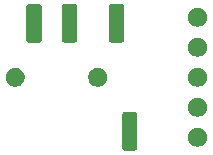
<source format=gbr>
G04 #@! TF.GenerationSoftware,KiCad,Pcbnew,(5.1.5)-3*
G04 #@! TF.CreationDate,2020-12-21T12:39:58+01:00*
G04 #@! TF.ProjectId,epimetheus_tsl2561,6570696d-6574-4686-9575-735f74736c32,rev?*
G04 #@! TF.SameCoordinates,Original*
G04 #@! TF.FileFunction,Soldermask,Top*
G04 #@! TF.FilePolarity,Negative*
%FSLAX46Y46*%
G04 Gerber Fmt 4.6, Leading zero omitted, Abs format (unit mm)*
G04 Created by KiCad (PCBNEW (5.1.5)-3) date 2020-12-21 12:39:58*
%MOMM*%
%LPD*%
G04 APERTURE LIST*
%ADD10C,0.100000*%
G04 APERTURE END LIST*
D10*
G36*
X173512192Y-33914646D02*
G01*
X173561414Y-33929578D01*
X173606778Y-33953826D01*
X173646542Y-33986458D01*
X173679174Y-34026222D01*
X173703422Y-34071586D01*
X173718354Y-34120808D01*
X173724000Y-34178140D01*
X173724000Y-36941860D01*
X173718354Y-36999192D01*
X173703422Y-37048414D01*
X173679174Y-37093778D01*
X173646542Y-37133542D01*
X173606778Y-37166174D01*
X173561414Y-37190422D01*
X173512192Y-37205354D01*
X173454860Y-37211000D01*
X172691140Y-37211000D01*
X172633808Y-37205354D01*
X172584586Y-37190422D01*
X172539222Y-37166174D01*
X172499458Y-37133542D01*
X172466826Y-37093778D01*
X172442578Y-37048414D01*
X172427646Y-36999192D01*
X172422000Y-36941860D01*
X172422000Y-34178140D01*
X172427646Y-34120808D01*
X172442578Y-34071586D01*
X172466826Y-34026222D01*
X172499458Y-33986458D01*
X172539222Y-33953826D01*
X172584586Y-33929578D01*
X172633808Y-33914646D01*
X172691140Y-33909000D01*
X173454860Y-33909000D01*
X173512192Y-33914646D01*
G37*
G36*
X179053142Y-35286242D02*
G01*
X179201101Y-35347529D01*
X179334255Y-35436499D01*
X179447501Y-35549745D01*
X179536471Y-35682899D01*
X179597758Y-35830858D01*
X179629000Y-35987925D01*
X179629000Y-36148075D01*
X179597758Y-36305142D01*
X179536471Y-36453101D01*
X179447501Y-36586255D01*
X179334255Y-36699501D01*
X179201101Y-36788471D01*
X179053142Y-36849758D01*
X178896075Y-36881000D01*
X178735925Y-36881000D01*
X178578858Y-36849758D01*
X178430899Y-36788471D01*
X178297745Y-36699501D01*
X178184499Y-36586255D01*
X178095529Y-36453101D01*
X178034242Y-36305142D01*
X178003000Y-36148075D01*
X178003000Y-35987925D01*
X178034242Y-35830858D01*
X178095529Y-35682899D01*
X178184499Y-35549745D01*
X178297745Y-35436499D01*
X178430899Y-35347529D01*
X178578858Y-35286242D01*
X178735925Y-35255000D01*
X178896075Y-35255000D01*
X179053142Y-35286242D01*
G37*
G36*
X179053142Y-32746242D02*
G01*
X179201101Y-32807529D01*
X179334255Y-32896499D01*
X179447501Y-33009745D01*
X179536471Y-33142899D01*
X179597758Y-33290858D01*
X179629000Y-33447925D01*
X179629000Y-33608075D01*
X179597758Y-33765142D01*
X179536471Y-33913101D01*
X179447501Y-34046255D01*
X179334255Y-34159501D01*
X179201101Y-34248471D01*
X179053142Y-34309758D01*
X178896075Y-34341000D01*
X178735925Y-34341000D01*
X178578858Y-34309758D01*
X178430899Y-34248471D01*
X178297745Y-34159501D01*
X178184499Y-34046255D01*
X178095529Y-33913101D01*
X178034242Y-33765142D01*
X178003000Y-33608075D01*
X178003000Y-33447925D01*
X178034242Y-33290858D01*
X178095529Y-33142899D01*
X178184499Y-33009745D01*
X178297745Y-32896499D01*
X178430899Y-32807529D01*
X178578858Y-32746242D01*
X178735925Y-32715000D01*
X178896075Y-32715000D01*
X179053142Y-32746242D01*
G37*
G36*
X179053142Y-30206242D02*
G01*
X179201101Y-30267529D01*
X179334255Y-30356499D01*
X179447501Y-30469745D01*
X179536471Y-30602899D01*
X179597758Y-30750858D01*
X179629000Y-30907925D01*
X179629000Y-31068075D01*
X179597758Y-31225142D01*
X179536471Y-31373101D01*
X179447501Y-31506255D01*
X179334255Y-31619501D01*
X179201101Y-31708471D01*
X179053142Y-31769758D01*
X178896075Y-31801000D01*
X178735925Y-31801000D01*
X178578858Y-31769758D01*
X178430899Y-31708471D01*
X178297745Y-31619501D01*
X178184499Y-31506255D01*
X178095529Y-31373101D01*
X178034242Y-31225142D01*
X178003000Y-31068075D01*
X178003000Y-30907925D01*
X178034242Y-30750858D01*
X178095529Y-30602899D01*
X178184499Y-30469745D01*
X178297745Y-30356499D01*
X178430899Y-30267529D01*
X178578858Y-30206242D01*
X178735925Y-30175000D01*
X178896075Y-30175000D01*
X179053142Y-30206242D01*
G37*
G36*
X170606642Y-30217781D02*
G01*
X170752414Y-30278162D01*
X170752416Y-30278163D01*
X170883608Y-30365822D01*
X170995178Y-30477392D01*
X171079038Y-30602899D01*
X171082838Y-30608586D01*
X171143219Y-30754358D01*
X171174000Y-30909107D01*
X171174000Y-31066893D01*
X171143219Y-31221642D01*
X171082838Y-31367414D01*
X171082837Y-31367416D01*
X170995178Y-31498608D01*
X170883608Y-31610178D01*
X170752416Y-31697837D01*
X170752415Y-31697838D01*
X170752414Y-31697838D01*
X170606642Y-31758219D01*
X170451893Y-31789000D01*
X170294107Y-31789000D01*
X170139358Y-31758219D01*
X169993586Y-31697838D01*
X169993585Y-31697838D01*
X169993584Y-31697837D01*
X169862392Y-31610178D01*
X169750822Y-31498608D01*
X169663163Y-31367416D01*
X169663162Y-31367414D01*
X169602781Y-31221642D01*
X169572000Y-31066893D01*
X169572000Y-30909107D01*
X169602781Y-30754358D01*
X169663162Y-30608586D01*
X169666962Y-30602899D01*
X169750822Y-30477392D01*
X169862392Y-30365822D01*
X169993584Y-30278163D01*
X169993586Y-30278162D01*
X170139358Y-30217781D01*
X170294107Y-30187000D01*
X170451893Y-30187000D01*
X170606642Y-30217781D01*
G37*
G36*
X163606642Y-30217781D02*
G01*
X163752414Y-30278162D01*
X163752416Y-30278163D01*
X163883608Y-30365822D01*
X163995178Y-30477392D01*
X164079038Y-30602899D01*
X164082838Y-30608586D01*
X164143219Y-30754358D01*
X164174000Y-30909107D01*
X164174000Y-31066893D01*
X164143219Y-31221642D01*
X164082838Y-31367414D01*
X164082837Y-31367416D01*
X163995178Y-31498608D01*
X163883608Y-31610178D01*
X163752416Y-31697837D01*
X163752415Y-31697838D01*
X163752414Y-31697838D01*
X163606642Y-31758219D01*
X163451893Y-31789000D01*
X163294107Y-31789000D01*
X163139358Y-31758219D01*
X162993586Y-31697838D01*
X162993585Y-31697838D01*
X162993584Y-31697837D01*
X162862392Y-31610178D01*
X162750822Y-31498608D01*
X162663163Y-31367416D01*
X162663162Y-31367414D01*
X162602781Y-31221642D01*
X162572000Y-31066893D01*
X162572000Y-30909107D01*
X162602781Y-30754358D01*
X162663162Y-30608586D01*
X162666962Y-30602899D01*
X162750822Y-30477392D01*
X162862392Y-30365822D01*
X162993584Y-30278163D01*
X162993586Y-30278162D01*
X163139358Y-30217781D01*
X163294107Y-30187000D01*
X163451893Y-30187000D01*
X163606642Y-30217781D01*
G37*
G36*
X179053142Y-27666242D02*
G01*
X179201101Y-27727529D01*
X179334255Y-27816499D01*
X179447501Y-27929745D01*
X179536471Y-28062899D01*
X179597758Y-28210858D01*
X179629000Y-28367925D01*
X179629000Y-28528075D01*
X179597758Y-28685142D01*
X179536471Y-28833101D01*
X179447501Y-28966255D01*
X179334255Y-29079501D01*
X179201101Y-29168471D01*
X179053142Y-29229758D01*
X178896075Y-29261000D01*
X178735925Y-29261000D01*
X178578858Y-29229758D01*
X178430899Y-29168471D01*
X178297745Y-29079501D01*
X178184499Y-28966255D01*
X178095529Y-28833101D01*
X178034242Y-28685142D01*
X178003000Y-28528075D01*
X178003000Y-28367925D01*
X178034242Y-28210858D01*
X178095529Y-28062899D01*
X178184499Y-27929745D01*
X178297745Y-27816499D01*
X178430899Y-27727529D01*
X178578858Y-27666242D01*
X178735925Y-27635000D01*
X178896075Y-27635000D01*
X179053142Y-27666242D01*
G37*
G36*
X168412192Y-24770646D02*
G01*
X168461414Y-24785578D01*
X168506778Y-24809826D01*
X168546542Y-24842458D01*
X168579174Y-24882222D01*
X168603422Y-24927586D01*
X168618354Y-24976808D01*
X168624000Y-25034140D01*
X168624000Y-27797860D01*
X168618354Y-27855192D01*
X168603422Y-27904414D01*
X168579174Y-27949778D01*
X168546542Y-27989542D01*
X168506778Y-28022174D01*
X168461414Y-28046422D01*
X168412192Y-28061354D01*
X168354860Y-28067000D01*
X167591140Y-28067000D01*
X167533808Y-28061354D01*
X167484586Y-28046422D01*
X167439222Y-28022174D01*
X167399458Y-27989542D01*
X167366826Y-27949778D01*
X167342578Y-27904414D01*
X167327646Y-27855192D01*
X167322000Y-27797860D01*
X167322000Y-25034140D01*
X167327646Y-24976808D01*
X167342578Y-24927586D01*
X167366826Y-24882222D01*
X167399458Y-24842458D01*
X167439222Y-24809826D01*
X167484586Y-24785578D01*
X167533808Y-24770646D01*
X167591140Y-24765000D01*
X168354860Y-24765000D01*
X168412192Y-24770646D01*
G37*
G36*
X165412192Y-24770646D02*
G01*
X165461414Y-24785578D01*
X165506778Y-24809826D01*
X165546542Y-24842458D01*
X165579174Y-24882222D01*
X165603422Y-24927586D01*
X165618354Y-24976808D01*
X165624000Y-25034140D01*
X165624000Y-27797860D01*
X165618354Y-27855192D01*
X165603422Y-27904414D01*
X165579174Y-27949778D01*
X165546542Y-27989542D01*
X165506778Y-28022174D01*
X165461414Y-28046422D01*
X165412192Y-28061354D01*
X165354860Y-28067000D01*
X164591140Y-28067000D01*
X164533808Y-28061354D01*
X164484586Y-28046422D01*
X164439222Y-28022174D01*
X164399458Y-27989542D01*
X164366826Y-27949778D01*
X164342578Y-27904414D01*
X164327646Y-27855192D01*
X164322000Y-27797860D01*
X164322000Y-25034140D01*
X164327646Y-24976808D01*
X164342578Y-24927586D01*
X164366826Y-24882222D01*
X164399458Y-24842458D01*
X164439222Y-24809826D01*
X164484586Y-24785578D01*
X164533808Y-24770646D01*
X164591140Y-24765000D01*
X165354860Y-24765000D01*
X165412192Y-24770646D01*
G37*
G36*
X172397192Y-24770646D02*
G01*
X172446414Y-24785578D01*
X172491778Y-24809826D01*
X172531542Y-24842458D01*
X172564174Y-24882222D01*
X172588422Y-24927586D01*
X172603354Y-24976808D01*
X172609000Y-25034140D01*
X172609000Y-27797860D01*
X172603354Y-27855192D01*
X172588422Y-27904414D01*
X172564174Y-27949778D01*
X172531542Y-27989542D01*
X172491778Y-28022174D01*
X172446414Y-28046422D01*
X172397192Y-28061354D01*
X172339860Y-28067000D01*
X171576140Y-28067000D01*
X171518808Y-28061354D01*
X171469586Y-28046422D01*
X171424222Y-28022174D01*
X171384458Y-27989542D01*
X171351826Y-27949778D01*
X171327578Y-27904414D01*
X171312646Y-27855192D01*
X171307000Y-27797860D01*
X171307000Y-25034140D01*
X171312646Y-24976808D01*
X171327578Y-24927586D01*
X171351826Y-24882222D01*
X171384458Y-24842458D01*
X171424222Y-24809826D01*
X171469586Y-24785578D01*
X171518808Y-24770646D01*
X171576140Y-24765000D01*
X172339860Y-24765000D01*
X172397192Y-24770646D01*
G37*
G36*
X179053142Y-25126242D02*
G01*
X179201101Y-25187529D01*
X179334255Y-25276499D01*
X179447501Y-25389745D01*
X179536471Y-25522899D01*
X179597758Y-25670858D01*
X179629000Y-25827925D01*
X179629000Y-25988075D01*
X179597758Y-26145142D01*
X179536471Y-26293101D01*
X179447501Y-26426255D01*
X179334255Y-26539501D01*
X179201101Y-26628471D01*
X179053142Y-26689758D01*
X178896075Y-26721000D01*
X178735925Y-26721000D01*
X178578858Y-26689758D01*
X178430899Y-26628471D01*
X178297745Y-26539501D01*
X178184499Y-26426255D01*
X178095529Y-26293101D01*
X178034242Y-26145142D01*
X178003000Y-25988075D01*
X178003000Y-25827925D01*
X178034242Y-25670858D01*
X178095529Y-25522899D01*
X178184499Y-25389745D01*
X178297745Y-25276499D01*
X178430899Y-25187529D01*
X178578858Y-25126242D01*
X178735925Y-25095000D01*
X178896075Y-25095000D01*
X179053142Y-25126242D01*
G37*
M02*

</source>
